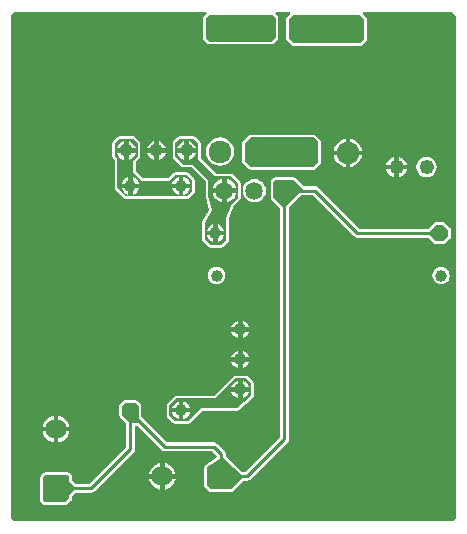
<source format=gtl>
G04*
G04 #@! TF.GenerationSoftware,Altium Limited,Altium Designer,20.0.10 (225)*
G04*
G04 Layer_Physical_Order=1*
G04 Layer_Color=255*
%FSLAX25Y25*%
%MOIN*%
G70*
G01*
G75*
%ADD23C,0.01100*%
%ADD24C,0.06929*%
%ADD25C,0.04031*%
%ADD26C,0.03969*%
%ADD27C,0.05858*%
%ADD28C,0.04913*%
%ADD29C,0.04409*%
%ADD30O,0.07583X0.07584*%
G36*
X89764Y169291D02*
Y162992D01*
X88189Y161417D01*
X67716D01*
X66535Y162598D01*
X66535Y169291D01*
X67716Y170472D01*
X88583D01*
X89764Y169291D01*
D02*
G37*
G36*
X119291Y168898D02*
Y162205D01*
X118110Y161024D01*
X95669Y161024D01*
X94095Y162598D01*
Y168898D01*
X95669Y170472D01*
X117717D01*
X119291Y168898D01*
D02*
G37*
G36*
X150000Y169685D02*
X150000Y2756D01*
X148819Y1575D01*
X2362D01*
X1575Y2362D01*
X1575Y170473D01*
X2362Y171260D01*
X66499D01*
X66706Y170760D01*
X65887Y169940D01*
X65688Y169642D01*
X65618Y169291D01*
X65618Y162598D01*
X65688Y162247D01*
X65887Y161950D01*
X67068Y160768D01*
X67365Y160570D01*
X67716Y160500D01*
X88189D01*
X88540Y160570D01*
X88838Y160768D01*
X90413Y162343D01*
X90611Y162641D01*
X90681Y162992D01*
Y169291D01*
X90611Y169642D01*
X90413Y169940D01*
X89593Y170760D01*
X89800Y171260D01*
X94452D01*
X94659Y170760D01*
X93446Y169546D01*
X93247Y169249D01*
X93177Y168898D01*
Y162598D01*
X93247Y162247D01*
X93446Y161950D01*
X95020Y160375D01*
X95318Y160176D01*
X95669Y160106D01*
X118110Y160106D01*
X118461Y160176D01*
X118759Y160375D01*
X119940Y161556D01*
X120139Y161854D01*
X120209Y162205D01*
Y168898D01*
X120139Y169249D01*
X119940Y169546D01*
X118727Y170760D01*
X118934Y171260D01*
X148425D01*
X150000Y169685D01*
D02*
G37*
%LPC*%
G36*
X50750Y128331D02*
Y125947D01*
X53134D01*
X53122Y126033D01*
X52799Y126813D01*
X52286Y127482D01*
X51616Y127996D01*
X50837Y128319D01*
X50750Y128331D01*
D02*
G37*
G36*
X49250D02*
X49163Y128319D01*
X48384Y127996D01*
X47714Y127482D01*
X47201Y126813D01*
X46878Y126033D01*
X46866Y125947D01*
X49250D01*
Y128331D01*
D02*
G37*
G36*
X114530Y129144D02*
Y125159D01*
X118514D01*
X118447Y125661D01*
X117965Y126827D01*
X117197Y127827D01*
X116196Y128595D01*
X115030Y129078D01*
X114530Y129144D01*
D02*
G37*
G36*
X113030D02*
X112529Y129078D01*
X111363Y128595D01*
X110362Y127827D01*
X109594Y126827D01*
X109111Y125661D01*
X109046Y125159D01*
X113030D01*
Y129144D01*
D02*
G37*
G36*
X53134Y124447D02*
X50750D01*
Y122063D01*
X50837Y122075D01*
X51616Y122397D01*
X52286Y122911D01*
X52799Y123581D01*
X53122Y124360D01*
X53134Y124447D01*
D02*
G37*
G36*
X49250D02*
X46866D01*
X46878Y124360D01*
X47201Y123581D01*
X47714Y122911D01*
X48384Y122397D01*
X49163Y122075D01*
X49250Y122063D01*
Y124447D01*
D02*
G37*
G36*
X130789Y123073D02*
Y120435D01*
X133427D01*
X133407Y120587D01*
X133059Y121428D01*
X132505Y122150D01*
X131783Y122704D01*
X130942Y123053D01*
X130789Y123073D01*
D02*
G37*
G36*
X129289D02*
X129137Y123053D01*
X128296Y122704D01*
X127574Y122150D01*
X127020Y121428D01*
X126672Y120587D01*
X126652Y120435D01*
X129289D01*
Y123073D01*
D02*
G37*
G36*
X71260Y129536D02*
X70035Y129375D01*
X68894Y128902D01*
X67914Y128150D01*
X67162Y127170D01*
X66689Y126029D01*
X66528Y124804D01*
Y124802D01*
X66689Y123578D01*
X67162Y122436D01*
X67914Y121457D01*
X68894Y120704D01*
X70035Y120232D01*
X71260Y120071D01*
X72484Y120232D01*
X73626Y120704D01*
X74606Y121457D01*
X75358Y122436D01*
X75830Y123578D01*
X75992Y124802D01*
Y124804D01*
X75830Y126029D01*
X75358Y127170D01*
X74606Y128150D01*
X73626Y128902D01*
X72484Y129375D01*
X71260Y129536D01*
D02*
G37*
G36*
X113030Y123659D02*
X109046D01*
X109111Y123158D01*
X109594Y121992D01*
X110362Y120992D01*
X111363Y120223D01*
X112529Y119741D01*
X113030Y119675D01*
Y123659D01*
D02*
G37*
G36*
X118514D02*
X114530D01*
Y119675D01*
X115030Y119741D01*
X116196Y120223D01*
X117197Y120992D01*
X117965Y121992D01*
X118447Y123158D01*
X118514Y123659D01*
D02*
G37*
G36*
X102362Y130445D02*
X81496D01*
X81145Y130375D01*
X80847Y130176D01*
X78879Y128208D01*
X78680Y127910D01*
X78610Y127559D01*
Y121653D01*
X78680Y121302D01*
X78879Y121005D01*
X80847Y119036D01*
X81145Y118837D01*
X81496Y118767D01*
X102362D01*
X102713Y118837D01*
X103011Y119036D01*
X104586Y120611D01*
X104785Y120909D01*
X104855Y121260D01*
Y127953D01*
X104785Y128304D01*
X104586Y128602D01*
X103011Y130176D01*
X102713Y130375D01*
X102362Y130445D01*
D02*
G37*
G36*
X140039Y123071D02*
X139163Y122955D01*
X138347Y122617D01*
X137645Y122079D01*
X137107Y121378D01*
X136769Y120561D01*
X136654Y119685D01*
X136769Y118809D01*
X137107Y117992D01*
X137645Y117291D01*
X138347Y116753D01*
X139163Y116415D01*
X140039Y116299D01*
X140916Y116415D01*
X141732Y116753D01*
X142433Y117291D01*
X142971Y117992D01*
X143310Y118809D01*
X143425Y119685D01*
X143310Y120561D01*
X142971Y121378D01*
X142433Y122079D01*
X141732Y122617D01*
X140916Y122955D01*
X140039Y123071D01*
D02*
G37*
G36*
X133427Y118935D02*
X130789D01*
Y116297D01*
X130942Y116317D01*
X131783Y116666D01*
X132505Y117220D01*
X133059Y117942D01*
X133407Y118783D01*
X133427Y118935D01*
D02*
G37*
G36*
X129289D02*
X126652D01*
X126672Y118783D01*
X127020Y117942D01*
X127574Y117220D01*
X128296Y116666D01*
X129137Y116317D01*
X129289Y116297D01*
Y118935D01*
D02*
G37*
G36*
X42126Y130052D02*
X37795Y130052D01*
X37444Y129982D01*
X37146Y129783D01*
X35572Y128208D01*
X35373Y127910D01*
X35303Y127559D01*
X35303Y123229D01*
X35373Y122877D01*
X35463Y122742D01*
X35572Y122580D01*
X36090Y122061D01*
Y112598D01*
X36160Y112247D01*
X36359Y111950D01*
X39115Y109194D01*
X39413Y108995D01*
X39764Y108925D01*
X43307D01*
X60236Y108925D01*
X60587Y108995D01*
X60885Y109194D01*
X62460Y110768D01*
X62659Y111066D01*
X62729Y111417D01*
X62729Y115354D01*
X62659Y115706D01*
X62460Y116003D01*
X60885Y117578D01*
X60587Y117777D01*
X60236Y117847D01*
X56299D01*
X55948Y117777D01*
X55650Y117578D01*
X53951Y115878D01*
X45656D01*
X43044Y118490D01*
Y121273D01*
X44350Y122580D01*
X44549Y122877D01*
X44618Y123228D01*
X44618Y127559D01*
X44549Y127910D01*
X44350Y128208D01*
X42775Y129783D01*
X42477Y129982D01*
X42126Y130052D01*
D02*
G37*
G36*
X82677Y115673D02*
X81678Y115542D01*
X80746Y115156D01*
X79946Y114542D01*
X79332Y113742D01*
X78947Y112811D01*
X78815Y111811D01*
X78947Y110811D01*
X79332Y109880D01*
X79946Y109080D01*
X80746Y108466D01*
X81678Y108080D01*
X82677Y107949D01*
X83677Y108080D01*
X84608Y108466D01*
X85408Y109080D01*
X86022Y109880D01*
X86408Y110811D01*
X86539Y111811D01*
X86408Y112811D01*
X86022Y113742D01*
X85408Y114542D01*
X84608Y115156D01*
X83677Y115542D01*
X82677Y115673D01*
D02*
G37*
G36*
X95669Y116272D02*
X89764D01*
X89413Y116202D01*
X89115Y116003D01*
X88327Y115216D01*
X88129Y114918D01*
X88059Y114567D01*
Y109449D01*
X88129Y109098D01*
X88327Y108800D01*
X91199Y105929D01*
Y29510D01*
X79703Y18014D01*
X78559D01*
X76633Y19940D01*
X73132Y23441D01*
Y24016D01*
X73019Y24581D01*
X72699Y25061D01*
X70337Y27423D01*
X69857Y27744D01*
X69291Y27856D01*
X53368D01*
X45012Y36213D01*
Y40157D01*
X44942Y40509D01*
X44743Y40806D01*
X43956Y41594D01*
X43658Y41793D01*
X43307Y41862D01*
X39370D01*
X39019Y41793D01*
X38721Y41594D01*
X37934Y40806D01*
X37735Y40509D01*
X37665Y40157D01*
Y37008D01*
X37735Y36657D01*
X37934Y36359D01*
X39860Y34433D01*
Y26203D01*
X27734Y14077D01*
X23048D01*
X21784Y15341D01*
Y16535D01*
X21714Y16887D01*
X21515Y17184D01*
X21121Y17578D01*
X20824Y17777D01*
X20472Y17847D01*
X12992D01*
X12641Y17777D01*
X12343Y17578D01*
X11556Y16791D01*
X11357Y16493D01*
X11287Y16142D01*
Y8661D01*
X11357Y8310D01*
X11556Y8013D01*
X12343Y7225D01*
X12641Y7026D01*
X12992Y6956D01*
X19685D01*
X20036Y7026D01*
X20334Y7225D01*
X21515Y8406D01*
X21714Y8704D01*
X21784Y9055D01*
Y9856D01*
X23048Y11120D01*
X28346D01*
X28912Y11233D01*
X29392Y11553D01*
X42384Y24545D01*
X42704Y25025D01*
X42817Y25591D01*
Y33334D01*
X43709D01*
X51710Y25333D01*
X52190Y25012D01*
X52756Y24900D01*
X68679D01*
X70175Y23403D01*
Y22920D01*
X66403Y20279D01*
X66347Y20221D01*
X66280Y20176D01*
X66225Y20093D01*
X66155Y20021D01*
X66126Y19946D01*
X66081Y19879D01*
X66062Y19780D01*
X66026Y19687D01*
X66027Y19606D01*
X66012Y19527D01*
Y13386D01*
X66081Y13035D01*
X66280Y12737D01*
X67461Y11556D01*
X67759Y11357D01*
X68110Y11287D01*
X74803D01*
X75154Y11357D01*
X75452Y11556D01*
X78953Y15057D01*
X80315D01*
X80881Y15170D01*
X81360Y15490D01*
X93723Y27852D01*
X94043Y28332D01*
X94156Y28898D01*
Y106244D01*
X97106Y109194D01*
X97109Y109198D01*
X97113Y109201D01*
X97118Y109209D01*
X97126Y109214D01*
X98199Y110333D01*
X102144D01*
X115884Y96592D01*
X116363Y96272D01*
X116929Y96159D01*
X140732D01*
X142658Y94233D01*
X142956Y94034D01*
X143307Y93964D01*
X145669D01*
X146020Y94034D01*
X146318Y94233D01*
X147893Y95808D01*
X148092Y96105D01*
X148162Y96457D01*
Y98819D01*
X148092Y99170D01*
X147893Y99468D01*
X146318Y101043D01*
X146020Y101242D01*
X145669Y101311D01*
X143307D01*
X142956Y101242D01*
X142658Y101043D01*
X140732Y99116D01*
X117542D01*
X103801Y112856D01*
X103322Y113177D01*
X102756Y113289D01*
X99032D01*
X96318Y116003D01*
X96021Y116202D01*
X95669Y116272D01*
D02*
G37*
G36*
X57874Y130052D02*
X57523Y129982D01*
X57225Y129783D01*
X55650Y128208D01*
X55451Y127910D01*
X55382Y127559D01*
Y123228D01*
X55451Y122877D01*
X55650Y122580D01*
X58406Y119824D01*
X58704Y119625D01*
X59055Y119555D01*
X61825D01*
X66405Y114974D01*
Y109843D01*
X66427Y109732D01*
X66433Y109620D01*
X67512Y105301D01*
X65340Y101390D01*
X65323Y101340D01*
X65294Y101296D01*
X65269Y101171D01*
X65230Y101050D01*
X65234Y100997D01*
X65224Y100945D01*
Y95669D01*
X65294Y95318D01*
X65493Y95020D01*
X67461Y93052D01*
X67759Y92853D01*
X68110Y92783D01*
X71653Y92783D01*
X72005Y92853D01*
X72302Y93052D01*
X73877Y94627D01*
X74076Y94924D01*
X74146Y95276D01*
X74146Y102641D01*
X75907Y106893D01*
X77814Y108800D01*
X78013Y109098D01*
X78083Y109449D01*
X78083Y114173D01*
X78013Y114524D01*
X77814Y114822D01*
X75452Y117184D01*
X75154Y117383D01*
X74803Y117453D01*
X70065Y117453D01*
X64697Y122821D01*
Y127559D01*
X64627Y127910D01*
X64428Y128208D01*
X62854Y129783D01*
X62556Y129982D01*
X62205Y130052D01*
X57874Y130052D01*
D02*
G37*
G36*
X144882Y86374D02*
X144129Y86275D01*
X143427Y85984D01*
X142825Y85522D01*
X142362Y84919D01*
X142072Y84218D01*
X141973Y83465D01*
X142072Y82712D01*
X142362Y82010D01*
X142825Y81407D01*
X143427Y80945D01*
X144129Y80655D01*
X144882Y80555D01*
X145635Y80655D01*
X146336Y80945D01*
X146939Y81407D01*
X147401Y82010D01*
X147692Y82712D01*
X147791Y83465D01*
X147692Y84218D01*
X147401Y84919D01*
X146939Y85522D01*
X146336Y85984D01*
X145635Y86275D01*
X144882Y86374D01*
D02*
G37*
G36*
X70079D02*
X69326Y86275D01*
X68624Y85984D01*
X68022Y85522D01*
X67559Y84919D01*
X67269Y84218D01*
X67170Y83465D01*
X67269Y82712D01*
X67559Y82010D01*
X68022Y81407D01*
X68624Y80945D01*
X69326Y80655D01*
X70079Y80555D01*
X70832Y80655D01*
X71533Y80945D01*
X72136Y81407D01*
X72598Y82010D01*
X72889Y82712D01*
X72988Y83465D01*
X72889Y84218D01*
X72598Y84919D01*
X72136Y85522D01*
X71533Y85984D01*
X70832Y86275D01*
X70079Y86374D01*
D02*
G37*
G36*
X78703Y68455D02*
Y66262D01*
X80896D01*
X80891Y66299D01*
X80587Y67033D01*
X80104Y67663D01*
X79474Y68146D01*
X78740Y68450D01*
X78703Y68455D01*
D02*
G37*
G36*
X77203D02*
X77166Y68450D01*
X76432Y68146D01*
X75802Y67663D01*
X75318Y67033D01*
X75015Y66299D01*
X75010Y66262D01*
X77203D01*
Y68455D01*
D02*
G37*
G36*
X80896Y64762D02*
X78703D01*
Y62569D01*
X78740Y62574D01*
X79474Y62878D01*
X80104Y63361D01*
X80587Y63991D01*
X80891Y64724D01*
X80896Y64762D01*
D02*
G37*
G36*
X77203D02*
X75010D01*
X75015Y64724D01*
X75318Y63991D01*
X75802Y63361D01*
X76432Y62878D01*
X77166Y62574D01*
X77203Y62569D01*
Y64762D01*
D02*
G37*
G36*
X78703Y58455D02*
Y56262D01*
X80896D01*
X80891Y56299D01*
X80587Y57033D01*
X80104Y57663D01*
X79474Y58146D01*
X78740Y58450D01*
X78703Y58455D01*
D02*
G37*
G36*
X77203D02*
X77166Y58450D01*
X76432Y58146D01*
X75802Y57663D01*
X75318Y57033D01*
X75015Y56299D01*
X75010Y56262D01*
X77203D01*
Y58455D01*
D02*
G37*
G36*
X80896Y54762D02*
X78703D01*
Y52569D01*
X78740Y52574D01*
X79474Y52878D01*
X80104Y53361D01*
X80587Y53991D01*
X80891Y54725D01*
X80896Y54762D01*
D02*
G37*
G36*
X77203D02*
X75010D01*
X75015Y54725D01*
X75318Y53991D01*
X75802Y53361D01*
X76432Y52878D01*
X77166Y52574D01*
X77203Y52569D01*
Y54762D01*
D02*
G37*
G36*
X79921Y50130D02*
X76378D01*
X76027Y50060D01*
X75729Y49861D01*
X69305Y43437D01*
X56693Y43437D01*
X56342Y43367D01*
X56044Y43169D01*
X53682Y40806D01*
X53483Y40509D01*
X53413Y40157D01*
X53413Y37008D01*
X53483Y36657D01*
X53682Y36359D01*
X55650Y34391D01*
X55948Y34192D01*
X56299Y34122D01*
X60630D01*
X60981Y34192D01*
X61279Y34391D01*
X65341Y38452D01*
X76879D01*
X77018Y38480D01*
X77159Y38496D01*
X77192Y38515D01*
X77230Y38522D01*
X77348Y38601D01*
X77472Y38670D01*
X82089Y42576D01*
X82113Y42606D01*
X82145Y42628D01*
X82224Y42746D01*
X82312Y42856D01*
X82322Y42893D01*
X82344Y42926D01*
X82371Y43064D01*
X82411Y43201D01*
X82406Y43239D01*
X82414Y43277D01*
X82414Y47638D01*
X82344Y47989D01*
X82145Y48287D01*
X80570Y49861D01*
X80272Y50060D01*
X79921Y50130D01*
D02*
G37*
G36*
X17285Y36688D02*
Y33033D01*
X20940D01*
X20885Y33449D01*
X20435Y34535D01*
X19720Y35468D01*
X18787Y36183D01*
X17701Y36633D01*
X17285Y36688D01*
D02*
G37*
G36*
X15785D02*
X15370Y36633D01*
X14284Y36183D01*
X13351Y35468D01*
X12636Y34535D01*
X12186Y33449D01*
X12131Y33033D01*
X15785D01*
Y36688D01*
D02*
G37*
G36*
X20940Y31534D02*
X17285D01*
Y27879D01*
X17701Y27934D01*
X18787Y28384D01*
X19720Y29099D01*
X20435Y30032D01*
X20885Y31118D01*
X20940Y31534D01*
D02*
G37*
G36*
X15785D02*
X12131D01*
X12186Y31118D01*
X12636Y30032D01*
X13351Y29099D01*
X14284Y28384D01*
X15370Y27934D01*
X15785Y27879D01*
Y31534D01*
D02*
G37*
G36*
X52719Y20940D02*
Y17285D01*
X56373D01*
X56318Y17701D01*
X55868Y18787D01*
X55153Y19720D01*
X54220Y20435D01*
X53134Y20885D01*
X52719Y20940D01*
D02*
G37*
G36*
X51218D02*
X50803Y20885D01*
X49717Y20435D01*
X48784Y19720D01*
X48069Y18787D01*
X47619Y17701D01*
X47564Y17285D01*
X51218D01*
Y20940D01*
D02*
G37*
G36*
X56373Y15785D02*
X52719D01*
Y12131D01*
X53134Y12186D01*
X54220Y12636D01*
X55153Y13351D01*
X55868Y14284D01*
X56318Y15370D01*
X56373Y15785D01*
D02*
G37*
G36*
X51218D02*
X47564D01*
X47619Y15370D01*
X48069Y14284D01*
X48784Y13351D01*
X49717Y12636D01*
X50803Y12186D01*
X51218Y12131D01*
Y15785D01*
D02*
G37*
%LPD*%
G36*
X103937Y127953D02*
Y121260D01*
X102362Y119685D01*
X81496D01*
X79528Y121653D01*
Y127559D01*
X81496Y129528D01*
X102362D01*
X103937Y127953D01*
D02*
G37*
G36*
X43701Y127559D02*
X43701Y123228D01*
X42126Y121653D01*
Y118110D01*
X45276Y114961D01*
X54331D01*
X56299Y116929D01*
X60236D01*
X61811Y115354D01*
X61811Y111417D01*
X60236Y109843D01*
X43307Y109843D01*
X39764D01*
X37008Y112598D01*
Y122441D01*
X36220Y123229D01*
X36220Y127559D01*
X37795Y129134D01*
X42126Y129134D01*
X43701Y127559D01*
D02*
G37*
%LPC*%
G36*
X40711Y128331D02*
Y125947D01*
X43094D01*
X43083Y126033D01*
X42760Y126813D01*
X42246Y127482D01*
X41577Y127996D01*
X40797Y128319D01*
X40711Y128331D01*
D02*
G37*
G36*
X39211D02*
X39124Y128319D01*
X38344Y127996D01*
X37675Y127482D01*
X37161Y126813D01*
X36838Y126033D01*
X36827Y125947D01*
X39211D01*
Y128331D01*
D02*
G37*
G36*
X43094Y124447D02*
X40711D01*
Y122063D01*
X40797Y122075D01*
X41577Y122397D01*
X42246Y122911D01*
X42760Y123581D01*
X43083Y124360D01*
X43094Y124447D01*
D02*
G37*
G36*
X39211D02*
X36827D01*
X36838Y124360D01*
X37161Y123581D01*
X37675Y122911D01*
X38344Y122397D01*
X39124Y122075D01*
X39211Y122063D01*
Y124447D01*
D02*
G37*
G36*
X42089Y116297D02*
Y114136D01*
X44250D01*
X44246Y114165D01*
X43945Y114891D01*
X43467Y115514D01*
X42844Y115993D01*
X42118Y116293D01*
X42089Y116297D01*
D02*
G37*
G36*
X59018Y116297D02*
Y114136D01*
X61179D01*
X61175Y114165D01*
X60874Y114891D01*
X60396Y115514D01*
X59773Y115993D01*
X59047Y116293D01*
X59018Y116297D01*
D02*
G37*
G36*
X57518D02*
X57489Y116293D01*
X56763Y115993D01*
X56139Y115514D01*
X55661Y114891D01*
X55360Y114165D01*
X55357Y114136D01*
X57518D01*
Y116297D01*
D02*
G37*
G36*
X40589D02*
X40560Y116293D01*
X39834Y115993D01*
X39210Y115514D01*
X38732Y114891D01*
X38431Y114165D01*
X38427Y114136D01*
X40589D01*
Y116297D01*
D02*
G37*
G36*
X61179Y112636D02*
X59018D01*
Y110475D01*
X59047Y110478D01*
X59773Y110779D01*
X60396Y111257D01*
X60874Y111881D01*
X61175Y112607D01*
X61179Y112636D01*
D02*
G37*
G36*
X57518D02*
X55357D01*
X55360Y112607D01*
X55661Y111881D01*
X56139Y111257D01*
X56763Y110779D01*
X57489Y110478D01*
X57518Y110475D01*
Y112636D01*
D02*
G37*
G36*
X44250D02*
X42089D01*
Y110475D01*
X42118Y110478D01*
X42844Y110779D01*
X43467Y111257D01*
X43945Y111881D01*
X44246Y112607D01*
X44250Y112636D01*
D02*
G37*
G36*
X40589D02*
X38427D01*
X38431Y112607D01*
X38732Y111881D01*
X39210Y111257D01*
X39834Y110779D01*
X40560Y110478D01*
X40589Y110475D01*
Y112636D01*
D02*
G37*
%LPD*%
G36*
X98770Y112253D02*
X96464Y109850D01*
X96457Y109857D01*
Y109843D01*
X92520Y105905D01*
X88976Y109449D01*
Y114567D01*
X89764Y115354D01*
X95669D01*
X98770Y112253D01*
D02*
G37*
G36*
X147244Y98819D02*
Y96457D01*
X145669Y94882D01*
X143307D01*
X140945Y97244D01*
Y98032D01*
X143307Y100394D01*
X145669D01*
X147244Y98819D01*
D02*
G37*
G36*
X44094Y40157D02*
Y34252D01*
X41339Y34252D01*
X43307Y36220D01*
X43307D01*
X41339Y34252D01*
X38583Y37008D01*
Y40157D01*
X39370Y40945D01*
X43307D01*
X44094Y40157D01*
D02*
G37*
G36*
X75984Y19291D02*
X78740Y16535D01*
Y16142D01*
X74803Y12205D01*
X68110D01*
X66929Y13386D01*
Y19527D01*
X72117Y23159D01*
X75984Y19291D01*
D02*
G37*
G36*
X20866Y16535D02*
Y14961D01*
X23228Y12598D01*
X20866Y10236D01*
Y9055D01*
X19685Y7874D01*
X12992D01*
X12205Y8661D01*
Y16142D01*
X12992Y16929D01*
X20472D01*
X20866Y16535D01*
D02*
G37*
G36*
X62205Y129134D02*
X63779Y127559D01*
Y122441D01*
X69685Y116535D01*
X74803Y116535D01*
X77165Y114173D01*
X77165Y109449D01*
X75129Y107413D01*
X73228Y102823D01*
X73228Y95276D01*
X71653Y93701D01*
X68110Y93701D01*
X66142Y95669D01*
Y100945D01*
X68490Y105172D01*
X67323Y109843D01*
Y115354D01*
X62205Y120472D01*
X59055D01*
X56299Y123228D01*
Y127559D01*
X57874Y129134D01*
X62205Y129134D01*
D02*
G37*
%LPC*%
G36*
X60789Y128331D02*
Y125947D01*
X63173D01*
X63162Y126033D01*
X62839Y126813D01*
X62325Y127482D01*
X61656Y127996D01*
X60876Y128319D01*
X60789Y128331D01*
D02*
G37*
G36*
X59289D02*
X59203Y128319D01*
X58423Y127996D01*
X57754Y127482D01*
X57240Y126813D01*
X56917Y126033D01*
X56906Y125947D01*
X59289D01*
Y128331D01*
D02*
G37*
G36*
X63173Y124447D02*
X60789D01*
Y122063D01*
X60876Y122075D01*
X61656Y122397D01*
X62325Y122911D01*
X62839Y123581D01*
X63162Y124360D01*
X63173Y124447D01*
D02*
G37*
G36*
X59289D02*
X56906D01*
X56917Y124360D01*
X57240Y123581D01*
X57754Y122911D01*
X58423Y122397D01*
X59203Y122075D01*
X59289Y122063D01*
Y124447D01*
D02*
G37*
G36*
X73427Y115675D02*
Y112561D01*
X76542D01*
X76505Y112837D01*
X76109Y113793D01*
X75480Y114613D01*
X74659Y115243D01*
X73703Y115639D01*
X73427Y115675D01*
D02*
G37*
G36*
X71927D02*
X71652Y115639D01*
X70696Y115243D01*
X69875Y114613D01*
X69245Y113793D01*
X68849Y112837D01*
X68813Y112561D01*
X71927D01*
Y115675D01*
D02*
G37*
G36*
Y111061D02*
X68813D01*
X68849Y110785D01*
X69245Y109829D01*
X69875Y109009D01*
X70696Y108379D01*
X71652Y107983D01*
X71927Y107947D01*
Y111061D01*
D02*
G37*
G36*
X76542D02*
X73427D01*
Y107947D01*
X73703Y107983D01*
X74659Y108379D01*
X75480Y109009D01*
X76109Y109829D01*
X76505Y110785D01*
X76542Y111061D01*
D02*
G37*
G36*
X70435Y100549D02*
Y98388D01*
X72596D01*
X72593Y98417D01*
X72292Y99143D01*
X71813Y99766D01*
X71190Y100244D01*
X70464Y100545D01*
X70435Y100549D01*
D02*
G37*
G36*
X68935D02*
X68906Y100545D01*
X68180Y100244D01*
X67557Y99766D01*
X67078Y99143D01*
X66778Y98417D01*
X66774Y98388D01*
X68935D01*
Y100549D01*
D02*
G37*
G36*
X72596Y96888D02*
X70435D01*
Y94727D01*
X70464Y94730D01*
X71190Y95031D01*
X71813Y95509D01*
X72292Y96133D01*
X72593Y96859D01*
X72596Y96888D01*
D02*
G37*
G36*
X68935D02*
X66774D01*
X66778Y96859D01*
X67078Y96133D01*
X67557Y95509D01*
X68180Y95031D01*
X68906Y94730D01*
X68935Y94727D01*
Y96888D01*
D02*
G37*
%LPD*%
G36*
X81496Y47638D02*
X81496Y43277D01*
X76879Y39370D01*
X64961D01*
X60630Y35039D01*
X56299D01*
X54331Y37008D01*
X54331Y40157D01*
X56693Y42520D01*
X69685Y42520D01*
X76378Y49213D01*
X79921D01*
X81496Y47638D01*
D02*
G37*
%LPC*%
G36*
X78703Y48455D02*
Y46262D01*
X80896D01*
X80891Y46299D01*
X80587Y47033D01*
X80104Y47663D01*
X79474Y48146D01*
X78740Y48450D01*
X78703Y48455D01*
D02*
G37*
G36*
X77203D02*
X77166Y48450D01*
X76432Y48146D01*
X75802Y47663D01*
X75318Y47033D01*
X75015Y46299D01*
X75010Y46262D01*
X77203D01*
Y48455D01*
D02*
G37*
G36*
X80896Y44762D02*
X78703D01*
Y42569D01*
X78740Y42574D01*
X79474Y42878D01*
X80104Y43361D01*
X80587Y43991D01*
X80891Y44725D01*
X80896Y44762D01*
D02*
G37*
G36*
X77203D02*
X75010D01*
X75015Y44725D01*
X75318Y43991D01*
X75802Y43361D01*
X76432Y42878D01*
X77166Y42574D01*
X77203Y42569D01*
Y44762D01*
D02*
G37*
G36*
X59018Y41494D02*
Y39333D01*
X61179D01*
X61175Y39362D01*
X60874Y40088D01*
X60396Y40711D01*
X59773Y41189D01*
X59047Y41490D01*
X59018Y41494D01*
D02*
G37*
G36*
X57518D02*
X57489Y41490D01*
X56763Y41189D01*
X56139Y40711D01*
X55661Y40088D01*
X55360Y39362D01*
X55357Y39333D01*
X57518D01*
Y41494D01*
D02*
G37*
G36*
X61179Y37833D02*
X59018D01*
Y35671D01*
X59047Y35675D01*
X59773Y35976D01*
X60396Y36454D01*
X60874Y37078D01*
X61175Y37804D01*
X61179Y37833D01*
D02*
G37*
G36*
X57518D02*
X55357D01*
X55360Y37804D01*
X55661Y37078D01*
X56139Y36454D01*
X56763Y35976D01*
X57489Y35675D01*
X57518Y35671D01*
Y37833D01*
D02*
G37*
%LPD*%
D23*
X116929Y97638D02*
X144488D01*
X102756Y111811D02*
X116929Y97638D01*
X92677Y111811D02*
X102756D01*
X92677Y28898D02*
Y111811D01*
X80315Y16535D02*
X92677Y28898D01*
X71653Y16535D02*
X80315D01*
X52756Y26378D02*
X69291D01*
X41339Y37795D02*
Y38583D01*
Y25591D02*
Y37795D01*
X41350D01*
X42415Y36730D01*
Y36719D02*
Y36730D01*
Y36719D02*
X52756Y26378D01*
X71653Y16535D02*
Y24016D01*
X69291Y26378D02*
X71653Y24016D01*
X28346Y12598D02*
X41339Y25591D01*
X16535Y12598D02*
X28346D01*
D24*
X16535Y32283D02*
D03*
Y12598D02*
D03*
X51968Y16535D02*
D03*
X71653D02*
D03*
D25*
X77953Y65512D02*
D03*
Y55512D02*
D03*
Y45512D02*
D03*
D26*
X144882Y83465D02*
D03*
X70079D02*
D03*
X69685Y97638D02*
D03*
X144488D02*
D03*
X58268Y38583D02*
D03*
Y113386D02*
D03*
X41339Y113386D02*
D03*
Y38583D02*
D03*
D27*
X72677Y111811D02*
D03*
X82677D02*
D03*
X92677D02*
D03*
D28*
X130039Y119685D02*
D03*
X140039D02*
D03*
D29*
X60039Y125197D02*
D03*
X39961D02*
D03*
X50000D02*
D03*
D30*
X113779Y165748D02*
D03*
Y124409D02*
D03*
X98819Y124409D02*
D03*
Y165748D02*
D03*
X84646D02*
D03*
Y124409D02*
D03*
X71260Y124803D02*
D03*
Y166142D02*
D03*
M02*

</source>
